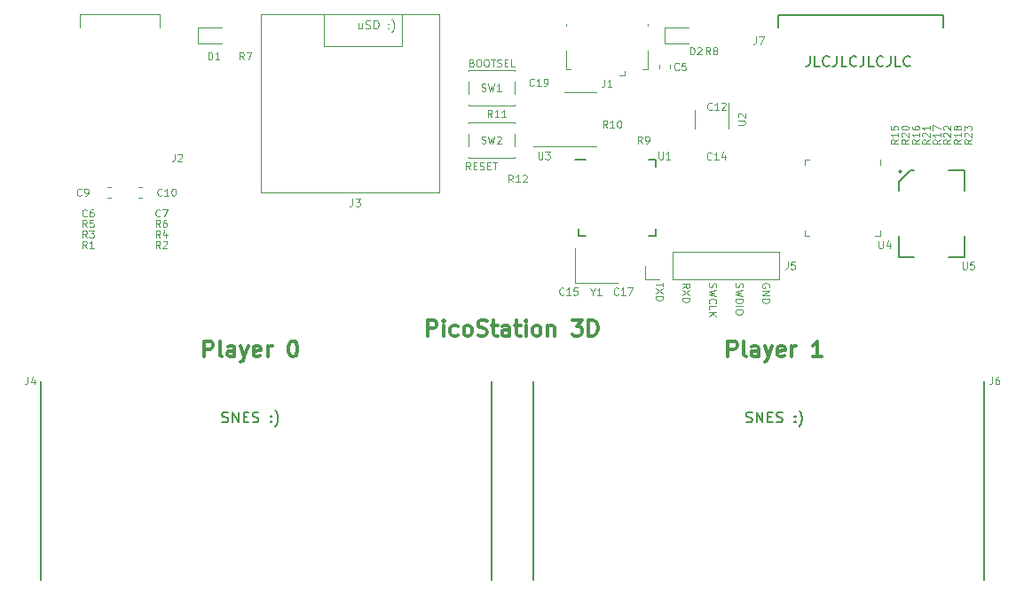
<source format=gbr>
G04 #@! TF.GenerationSoftware,KiCad,Pcbnew,5.0.2-bee76a0~70~ubuntu18.04.1*
G04 #@! TF.CreationDate,2020-11-03T11:03:39+00:00*
G04 #@! TF.ProjectId,picostation,7069636f-7374-4617-9469-6f6e2e6b6963,rev?*
G04 #@! TF.SameCoordinates,Original*
G04 #@! TF.FileFunction,Legend,Top*
G04 #@! TF.FilePolarity,Positive*
%FSLAX46Y46*%
G04 Gerber Fmt 4.6, Leading zero omitted, Abs format (unit mm)*
G04 Created by KiCad (PCBNEW 5.0.2-bee76a0~70~ubuntu18.04.1) date Tue 03 Nov 2020 11:03:39 GMT*
%MOMM*%
%LPD*%
G01*
G04 APERTURE LIST*
%ADD10C,0.120000*%
%ADD11C,0.300000*%
%ADD12C,0.150000*%
%ADD13C,0.200000*%
%ADD14C,0.100000*%
G04 APERTURE END LIST*
D10*
X210983333Y-89816666D02*
X210750000Y-89483333D01*
X210583333Y-89816666D02*
X210583333Y-89116666D01*
X210850000Y-89116666D01*
X210916666Y-89150000D01*
X210950000Y-89183333D01*
X210983333Y-89250000D01*
X210983333Y-89350000D01*
X210950000Y-89416666D01*
X210916666Y-89450000D01*
X210850000Y-89483333D01*
X210583333Y-89483333D01*
X211283333Y-89450000D02*
X211516666Y-89450000D01*
X211616666Y-89816666D02*
X211283333Y-89816666D01*
X211283333Y-89116666D01*
X211616666Y-89116666D01*
X211883333Y-89783333D02*
X211983333Y-89816666D01*
X212150000Y-89816666D01*
X212216666Y-89783333D01*
X212250000Y-89750000D01*
X212283333Y-89683333D01*
X212283333Y-89616666D01*
X212250000Y-89550000D01*
X212216666Y-89516666D01*
X212150000Y-89483333D01*
X212016666Y-89450000D01*
X211950000Y-89416666D01*
X211916666Y-89383333D01*
X211883333Y-89316666D01*
X211883333Y-89250000D01*
X211916666Y-89183333D01*
X211950000Y-89150000D01*
X212016666Y-89116666D01*
X212183333Y-89116666D01*
X212283333Y-89150000D01*
X212583333Y-89450000D02*
X212816666Y-89450000D01*
X212916666Y-89816666D02*
X212583333Y-89816666D01*
X212583333Y-89116666D01*
X212916666Y-89116666D01*
X213116666Y-89116666D02*
X213516666Y-89116666D01*
X213316666Y-89816666D02*
X213316666Y-89116666D01*
X211116666Y-79600000D02*
X211216666Y-79633333D01*
X211250000Y-79666666D01*
X211283333Y-79733333D01*
X211283333Y-79833333D01*
X211250000Y-79900000D01*
X211216666Y-79933333D01*
X211150000Y-79966666D01*
X210883333Y-79966666D01*
X210883333Y-79266666D01*
X211116666Y-79266666D01*
X211183333Y-79300000D01*
X211216666Y-79333333D01*
X211250000Y-79400000D01*
X211250000Y-79466666D01*
X211216666Y-79533333D01*
X211183333Y-79566666D01*
X211116666Y-79600000D01*
X210883333Y-79600000D01*
X211716666Y-79266666D02*
X211850000Y-79266666D01*
X211916666Y-79300000D01*
X211983333Y-79366666D01*
X212016666Y-79500000D01*
X212016666Y-79733333D01*
X211983333Y-79866666D01*
X211916666Y-79933333D01*
X211850000Y-79966666D01*
X211716666Y-79966666D01*
X211650000Y-79933333D01*
X211583333Y-79866666D01*
X211550000Y-79733333D01*
X211550000Y-79500000D01*
X211583333Y-79366666D01*
X211650000Y-79300000D01*
X211716666Y-79266666D01*
X212450000Y-79266666D02*
X212583333Y-79266666D01*
X212650000Y-79300000D01*
X212716666Y-79366666D01*
X212750000Y-79500000D01*
X212750000Y-79733333D01*
X212716666Y-79866666D01*
X212650000Y-79933333D01*
X212583333Y-79966666D01*
X212450000Y-79966666D01*
X212383333Y-79933333D01*
X212316666Y-79866666D01*
X212283333Y-79733333D01*
X212283333Y-79500000D01*
X212316666Y-79366666D01*
X212383333Y-79300000D01*
X212450000Y-79266666D01*
X212950000Y-79266666D02*
X213350000Y-79266666D01*
X213150000Y-79966666D02*
X213150000Y-79266666D01*
X213550000Y-79933333D02*
X213650000Y-79966666D01*
X213816666Y-79966666D01*
X213883333Y-79933333D01*
X213916666Y-79900000D01*
X213950000Y-79833333D01*
X213950000Y-79766666D01*
X213916666Y-79700000D01*
X213883333Y-79666666D01*
X213816666Y-79633333D01*
X213683333Y-79600000D01*
X213616666Y-79566666D01*
X213583333Y-79533333D01*
X213550000Y-79466666D01*
X213550000Y-79400000D01*
X213583333Y-79333333D01*
X213616666Y-79300000D01*
X213683333Y-79266666D01*
X213850000Y-79266666D01*
X213950000Y-79300000D01*
X214250000Y-79600000D02*
X214483333Y-79600000D01*
X214583333Y-79966666D02*
X214250000Y-79966666D01*
X214250000Y-79266666D01*
X214583333Y-79266666D01*
X215216666Y-79966666D02*
X214883333Y-79966666D01*
X214883333Y-79266666D01*
D11*
X235571428Y-107678571D02*
X235571428Y-106178571D01*
X236142857Y-106178571D01*
X236285714Y-106250000D01*
X236357142Y-106321428D01*
X236428571Y-106464285D01*
X236428571Y-106678571D01*
X236357142Y-106821428D01*
X236285714Y-106892857D01*
X236142857Y-106964285D01*
X235571428Y-106964285D01*
X237285714Y-107678571D02*
X237142857Y-107607142D01*
X237071428Y-107464285D01*
X237071428Y-106178571D01*
X238500000Y-107678571D02*
X238500000Y-106892857D01*
X238428571Y-106750000D01*
X238285714Y-106678571D01*
X238000000Y-106678571D01*
X237857142Y-106750000D01*
X238500000Y-107607142D02*
X238357142Y-107678571D01*
X238000000Y-107678571D01*
X237857142Y-107607142D01*
X237785714Y-107464285D01*
X237785714Y-107321428D01*
X237857142Y-107178571D01*
X238000000Y-107107142D01*
X238357142Y-107107142D01*
X238500000Y-107035714D01*
X239071428Y-106678571D02*
X239428571Y-107678571D01*
X239785714Y-106678571D02*
X239428571Y-107678571D01*
X239285714Y-108035714D01*
X239214285Y-108107142D01*
X239071428Y-108178571D01*
X240928571Y-107607142D02*
X240785714Y-107678571D01*
X240500000Y-107678571D01*
X240357142Y-107607142D01*
X240285714Y-107464285D01*
X240285714Y-106892857D01*
X240357142Y-106750000D01*
X240500000Y-106678571D01*
X240785714Y-106678571D01*
X240928571Y-106750000D01*
X241000000Y-106892857D01*
X241000000Y-107035714D01*
X240285714Y-107178571D01*
X241642857Y-107678571D02*
X241642857Y-106678571D01*
X241642857Y-106964285D02*
X241714285Y-106821428D01*
X241785714Y-106750000D01*
X241928571Y-106678571D01*
X242071428Y-106678571D01*
X244500000Y-107678571D02*
X243642857Y-107678571D01*
X244071428Y-107678571D02*
X244071428Y-106178571D01*
X243928571Y-106392857D01*
X243785714Y-106535714D01*
X243642857Y-106607142D01*
X185571428Y-107678571D02*
X185571428Y-106178571D01*
X186142857Y-106178571D01*
X186285714Y-106250000D01*
X186357142Y-106321428D01*
X186428571Y-106464285D01*
X186428571Y-106678571D01*
X186357142Y-106821428D01*
X186285714Y-106892857D01*
X186142857Y-106964285D01*
X185571428Y-106964285D01*
X187285714Y-107678571D02*
X187142857Y-107607142D01*
X187071428Y-107464285D01*
X187071428Y-106178571D01*
X188500000Y-107678571D02*
X188500000Y-106892857D01*
X188428571Y-106750000D01*
X188285714Y-106678571D01*
X188000000Y-106678571D01*
X187857142Y-106750000D01*
X188500000Y-107607142D02*
X188357142Y-107678571D01*
X188000000Y-107678571D01*
X187857142Y-107607142D01*
X187785714Y-107464285D01*
X187785714Y-107321428D01*
X187857142Y-107178571D01*
X188000000Y-107107142D01*
X188357142Y-107107142D01*
X188500000Y-107035714D01*
X189071428Y-106678571D02*
X189428571Y-107678571D01*
X189785714Y-106678571D02*
X189428571Y-107678571D01*
X189285714Y-108035714D01*
X189214285Y-108107142D01*
X189071428Y-108178571D01*
X190928571Y-107607142D02*
X190785714Y-107678571D01*
X190500000Y-107678571D01*
X190357142Y-107607142D01*
X190285714Y-107464285D01*
X190285714Y-106892857D01*
X190357142Y-106750000D01*
X190500000Y-106678571D01*
X190785714Y-106678571D01*
X190928571Y-106750000D01*
X191000000Y-106892857D01*
X191000000Y-107035714D01*
X190285714Y-107178571D01*
X191642857Y-107678571D02*
X191642857Y-106678571D01*
X191642857Y-106964285D02*
X191714285Y-106821428D01*
X191785714Y-106750000D01*
X191928571Y-106678571D01*
X192071428Y-106678571D01*
X194000000Y-106178571D02*
X194142857Y-106178571D01*
X194285714Y-106250000D01*
X194357142Y-106321428D01*
X194428571Y-106464285D01*
X194500000Y-106750000D01*
X194500000Y-107107142D01*
X194428571Y-107392857D01*
X194357142Y-107535714D01*
X194285714Y-107607142D01*
X194142857Y-107678571D01*
X194000000Y-107678571D01*
X193857142Y-107607142D01*
X193785714Y-107535714D01*
X193714285Y-107392857D01*
X193642857Y-107107142D01*
X193642857Y-106750000D01*
X193714285Y-106464285D01*
X193785714Y-106321428D01*
X193857142Y-106250000D01*
X194000000Y-106178571D01*
D10*
X229364333Y-100601666D02*
X229364333Y-101001666D01*
X228664333Y-100801666D02*
X229364333Y-100801666D01*
X229364333Y-101168333D02*
X228664333Y-101635000D01*
X229364333Y-101635000D02*
X228664333Y-101168333D01*
X228664333Y-101901666D02*
X229364333Y-101901666D01*
X229364333Y-102068333D01*
X229331000Y-102168333D01*
X229264333Y-102235000D01*
X229197666Y-102268333D01*
X229064333Y-102301666D01*
X228964333Y-102301666D01*
X228831000Y-102268333D01*
X228764333Y-102235000D01*
X228697666Y-102168333D01*
X228664333Y-102068333D01*
X228664333Y-101901666D01*
X231204333Y-101101666D02*
X231537666Y-100868333D01*
X231204333Y-100701666D02*
X231904333Y-100701666D01*
X231904333Y-100968333D01*
X231871000Y-101035000D01*
X231837666Y-101068333D01*
X231771000Y-101101666D01*
X231671000Y-101101666D01*
X231604333Y-101068333D01*
X231571000Y-101035000D01*
X231537666Y-100968333D01*
X231537666Y-100701666D01*
X231904333Y-101335000D02*
X231204333Y-101801666D01*
X231904333Y-101801666D02*
X231204333Y-101335000D01*
X231204333Y-102068333D02*
X231904333Y-102068333D01*
X231904333Y-102235000D01*
X231871000Y-102335000D01*
X231804333Y-102401666D01*
X231737666Y-102435000D01*
X231604333Y-102468333D01*
X231504333Y-102468333D01*
X231371000Y-102435000D01*
X231304333Y-102401666D01*
X231237666Y-102335000D01*
X231204333Y-102235000D01*
X231204333Y-102068333D01*
X233777666Y-100668333D02*
X233744333Y-100768333D01*
X233744333Y-100935000D01*
X233777666Y-101001666D01*
X233811000Y-101035000D01*
X233877666Y-101068333D01*
X233944333Y-101068333D01*
X234011000Y-101035000D01*
X234044333Y-101001666D01*
X234077666Y-100935000D01*
X234111000Y-100801666D01*
X234144333Y-100735000D01*
X234177666Y-100701666D01*
X234244333Y-100668333D01*
X234311000Y-100668333D01*
X234377666Y-100701666D01*
X234411000Y-100735000D01*
X234444333Y-100801666D01*
X234444333Y-100968333D01*
X234411000Y-101068333D01*
X234444333Y-101301666D02*
X233744333Y-101468333D01*
X234244333Y-101601666D01*
X233744333Y-101735000D01*
X234444333Y-101901666D01*
X233811000Y-102568333D02*
X233777666Y-102535000D01*
X233744333Y-102435000D01*
X233744333Y-102368333D01*
X233777666Y-102268333D01*
X233844333Y-102201666D01*
X233911000Y-102168333D01*
X234044333Y-102135000D01*
X234144333Y-102135000D01*
X234277666Y-102168333D01*
X234344333Y-102201666D01*
X234411000Y-102268333D01*
X234444333Y-102368333D01*
X234444333Y-102435000D01*
X234411000Y-102535000D01*
X234377666Y-102568333D01*
X233744333Y-103201666D02*
X233744333Y-102868333D01*
X234444333Y-102868333D01*
X233744333Y-103435000D02*
X234444333Y-103435000D01*
X233744333Y-103835000D02*
X234144333Y-103535000D01*
X234444333Y-103835000D02*
X234044333Y-103435000D01*
X236317666Y-100668333D02*
X236284333Y-100768333D01*
X236284333Y-100935000D01*
X236317666Y-101001666D01*
X236351000Y-101035000D01*
X236417666Y-101068333D01*
X236484333Y-101068333D01*
X236551000Y-101035000D01*
X236584333Y-101001666D01*
X236617666Y-100935000D01*
X236651000Y-100801666D01*
X236684333Y-100735000D01*
X236717666Y-100701666D01*
X236784333Y-100668333D01*
X236851000Y-100668333D01*
X236917666Y-100701666D01*
X236951000Y-100735000D01*
X236984333Y-100801666D01*
X236984333Y-100968333D01*
X236951000Y-101068333D01*
X236984333Y-101301666D02*
X236284333Y-101468333D01*
X236784333Y-101601666D01*
X236284333Y-101735000D01*
X236984333Y-101901666D01*
X236284333Y-102168333D02*
X236984333Y-102168333D01*
X236984333Y-102335000D01*
X236951000Y-102435000D01*
X236884333Y-102501666D01*
X236817666Y-102535000D01*
X236684333Y-102568333D01*
X236584333Y-102568333D01*
X236451000Y-102535000D01*
X236384333Y-102501666D01*
X236317666Y-102435000D01*
X236284333Y-102335000D01*
X236284333Y-102168333D01*
X236284333Y-102868333D02*
X236984333Y-102868333D01*
X236984333Y-103335000D02*
X236984333Y-103468333D01*
X236951000Y-103535000D01*
X236884333Y-103601666D01*
X236751000Y-103635000D01*
X236517666Y-103635000D01*
X236384333Y-103601666D01*
X236317666Y-103535000D01*
X236284333Y-103468333D01*
X236284333Y-103335000D01*
X236317666Y-103268333D01*
X236384333Y-103201666D01*
X236517666Y-103168333D01*
X236751000Y-103168333D01*
X236884333Y-103201666D01*
X236951000Y-103268333D01*
X236984333Y-103335000D01*
X239491000Y-101068333D02*
X239524333Y-101001666D01*
X239524333Y-100901666D01*
X239491000Y-100801666D01*
X239424333Y-100735000D01*
X239357666Y-100701666D01*
X239224333Y-100668333D01*
X239124333Y-100668333D01*
X238991000Y-100701666D01*
X238924333Y-100735000D01*
X238857666Y-100801666D01*
X238824333Y-100901666D01*
X238824333Y-100968333D01*
X238857666Y-101068333D01*
X238891000Y-101101666D01*
X239124333Y-101101666D01*
X239124333Y-100968333D01*
X238824333Y-101401666D02*
X239524333Y-101401666D01*
X238824333Y-101801666D01*
X239524333Y-101801666D01*
X238824333Y-102135000D02*
X239524333Y-102135000D01*
X239524333Y-102301666D01*
X239491000Y-102401666D01*
X239424333Y-102468333D01*
X239357666Y-102501666D01*
X239224333Y-102535000D01*
X239124333Y-102535000D01*
X238991000Y-102501666D01*
X238924333Y-102468333D01*
X238857666Y-102401666D01*
X238824333Y-102301666D01*
X238824333Y-102135000D01*
D11*
X206928571Y-105678571D02*
X206928571Y-104178571D01*
X207500000Y-104178571D01*
X207642857Y-104250000D01*
X207714285Y-104321428D01*
X207785714Y-104464285D01*
X207785714Y-104678571D01*
X207714285Y-104821428D01*
X207642857Y-104892857D01*
X207500000Y-104964285D01*
X206928571Y-104964285D01*
X208428571Y-105678571D02*
X208428571Y-104678571D01*
X208428571Y-104178571D02*
X208357142Y-104250000D01*
X208428571Y-104321428D01*
X208500000Y-104250000D01*
X208428571Y-104178571D01*
X208428571Y-104321428D01*
X209785714Y-105607142D02*
X209642857Y-105678571D01*
X209357142Y-105678571D01*
X209214285Y-105607142D01*
X209142857Y-105535714D01*
X209071428Y-105392857D01*
X209071428Y-104964285D01*
X209142857Y-104821428D01*
X209214285Y-104750000D01*
X209357142Y-104678571D01*
X209642857Y-104678571D01*
X209785714Y-104750000D01*
X210642857Y-105678571D02*
X210500000Y-105607142D01*
X210428571Y-105535714D01*
X210357142Y-105392857D01*
X210357142Y-104964285D01*
X210428571Y-104821428D01*
X210500000Y-104750000D01*
X210642857Y-104678571D01*
X210857142Y-104678571D01*
X211000000Y-104750000D01*
X211071428Y-104821428D01*
X211142857Y-104964285D01*
X211142857Y-105392857D01*
X211071428Y-105535714D01*
X211000000Y-105607142D01*
X210857142Y-105678571D01*
X210642857Y-105678571D01*
X211714285Y-105607142D02*
X211928571Y-105678571D01*
X212285714Y-105678571D01*
X212428571Y-105607142D01*
X212500000Y-105535714D01*
X212571428Y-105392857D01*
X212571428Y-105250000D01*
X212500000Y-105107142D01*
X212428571Y-105035714D01*
X212285714Y-104964285D01*
X212000000Y-104892857D01*
X211857142Y-104821428D01*
X211785714Y-104750000D01*
X211714285Y-104607142D01*
X211714285Y-104464285D01*
X211785714Y-104321428D01*
X211857142Y-104250000D01*
X212000000Y-104178571D01*
X212357142Y-104178571D01*
X212571428Y-104250000D01*
X213000000Y-104678571D02*
X213571428Y-104678571D01*
X213214285Y-104178571D02*
X213214285Y-105464285D01*
X213285714Y-105607142D01*
X213428571Y-105678571D01*
X213571428Y-105678571D01*
X214714285Y-105678571D02*
X214714285Y-104892857D01*
X214642857Y-104750000D01*
X214500000Y-104678571D01*
X214214285Y-104678571D01*
X214071428Y-104750000D01*
X214714285Y-105607142D02*
X214571428Y-105678571D01*
X214214285Y-105678571D01*
X214071428Y-105607142D01*
X214000000Y-105464285D01*
X214000000Y-105321428D01*
X214071428Y-105178571D01*
X214214285Y-105107142D01*
X214571428Y-105107142D01*
X214714285Y-105035714D01*
X215214285Y-104678571D02*
X215785714Y-104678571D01*
X215428571Y-104178571D02*
X215428571Y-105464285D01*
X215500000Y-105607142D01*
X215642857Y-105678571D01*
X215785714Y-105678571D01*
X216285714Y-105678571D02*
X216285714Y-104678571D01*
X216285714Y-104178571D02*
X216214285Y-104250000D01*
X216285714Y-104321428D01*
X216357142Y-104250000D01*
X216285714Y-104178571D01*
X216285714Y-104321428D01*
X217214285Y-105678571D02*
X217071428Y-105607142D01*
X217000000Y-105535714D01*
X216928571Y-105392857D01*
X216928571Y-104964285D01*
X217000000Y-104821428D01*
X217071428Y-104750000D01*
X217214285Y-104678571D01*
X217428571Y-104678571D01*
X217571428Y-104750000D01*
X217642857Y-104821428D01*
X217714285Y-104964285D01*
X217714285Y-105392857D01*
X217642857Y-105535714D01*
X217571428Y-105607142D01*
X217428571Y-105678571D01*
X217214285Y-105678571D01*
X218357142Y-104678571D02*
X218357142Y-105678571D01*
X218357142Y-104821428D02*
X218428571Y-104750000D01*
X218571428Y-104678571D01*
X218785714Y-104678571D01*
X218928571Y-104750000D01*
X219000000Y-104892857D01*
X219000000Y-105678571D01*
X220714285Y-104178571D02*
X221642857Y-104178571D01*
X221142857Y-104750000D01*
X221357142Y-104750000D01*
X221500000Y-104821428D01*
X221571428Y-104892857D01*
X221642857Y-105035714D01*
X221642857Y-105392857D01*
X221571428Y-105535714D01*
X221500000Y-105607142D01*
X221357142Y-105678571D01*
X220928571Y-105678571D01*
X220785714Y-105607142D01*
X220714285Y-105535714D01*
X222285714Y-105678571D02*
X222285714Y-104178571D01*
X222642857Y-104178571D01*
X222857142Y-104250000D01*
X223000000Y-104392857D01*
X223071428Y-104535714D01*
X223142857Y-104821428D01*
X223142857Y-105035714D01*
X223071428Y-105321428D01*
X223000000Y-105464285D01*
X222857142Y-105607142D01*
X222642857Y-105678571D01*
X222285714Y-105678571D01*
D12*
X243380952Y-78952380D02*
X243380952Y-79666666D01*
X243333333Y-79809523D01*
X243238095Y-79904761D01*
X243095238Y-79952380D01*
X243000000Y-79952380D01*
X244333333Y-79952380D02*
X243857142Y-79952380D01*
X243857142Y-78952380D01*
X245238095Y-79857142D02*
X245190476Y-79904761D01*
X245047619Y-79952380D01*
X244952380Y-79952380D01*
X244809523Y-79904761D01*
X244714285Y-79809523D01*
X244666666Y-79714285D01*
X244619047Y-79523809D01*
X244619047Y-79380952D01*
X244666666Y-79190476D01*
X244714285Y-79095238D01*
X244809523Y-79000000D01*
X244952380Y-78952380D01*
X245047619Y-78952380D01*
X245190476Y-79000000D01*
X245238095Y-79047619D01*
X245952380Y-78952380D02*
X245952380Y-79666666D01*
X245904761Y-79809523D01*
X245809523Y-79904761D01*
X245666666Y-79952380D01*
X245571428Y-79952380D01*
X246904761Y-79952380D02*
X246428571Y-79952380D01*
X246428571Y-78952380D01*
X247809523Y-79857142D02*
X247761904Y-79904761D01*
X247619047Y-79952380D01*
X247523809Y-79952380D01*
X247380952Y-79904761D01*
X247285714Y-79809523D01*
X247238095Y-79714285D01*
X247190476Y-79523809D01*
X247190476Y-79380952D01*
X247238095Y-79190476D01*
X247285714Y-79095238D01*
X247380952Y-79000000D01*
X247523809Y-78952380D01*
X247619047Y-78952380D01*
X247761904Y-79000000D01*
X247809523Y-79047619D01*
X248523809Y-78952380D02*
X248523809Y-79666666D01*
X248476190Y-79809523D01*
X248380952Y-79904761D01*
X248238095Y-79952380D01*
X248142857Y-79952380D01*
X249476190Y-79952380D02*
X249000000Y-79952380D01*
X249000000Y-78952380D01*
X250380952Y-79857142D02*
X250333333Y-79904761D01*
X250190476Y-79952380D01*
X250095238Y-79952380D01*
X249952380Y-79904761D01*
X249857142Y-79809523D01*
X249809523Y-79714285D01*
X249761904Y-79523809D01*
X249761904Y-79380952D01*
X249809523Y-79190476D01*
X249857142Y-79095238D01*
X249952380Y-79000000D01*
X250095238Y-78952380D01*
X250190476Y-78952380D01*
X250333333Y-79000000D01*
X250380952Y-79047619D01*
X251095238Y-78952380D02*
X251095238Y-79666666D01*
X251047619Y-79809523D01*
X250952380Y-79904761D01*
X250809523Y-79952380D01*
X250714285Y-79952380D01*
X252047619Y-79952380D02*
X251571428Y-79952380D01*
X251571428Y-78952380D01*
X252952380Y-79857142D02*
X252904761Y-79904761D01*
X252761904Y-79952380D01*
X252666666Y-79952380D01*
X252523809Y-79904761D01*
X252428571Y-79809523D01*
X252380952Y-79714285D01*
X252333333Y-79523809D01*
X252333333Y-79380952D01*
X252380952Y-79190476D01*
X252428571Y-79095238D01*
X252523809Y-79000000D01*
X252666666Y-78952380D01*
X252761904Y-78952380D01*
X252904761Y-79000000D01*
X252952380Y-79047619D01*
D10*
G04 #@! TO.C,SW2*
X215200000Y-85300000D02*
X210800000Y-85300000D01*
X210800000Y-85300000D02*
X210800000Y-85420000D01*
X210800000Y-86430000D02*
X210800000Y-87570000D01*
X210800000Y-88580000D02*
X210800000Y-88700000D01*
X210800000Y-88700000D02*
X215200000Y-88700000D01*
X215200000Y-88700000D02*
X215200000Y-88580000D01*
X215200000Y-87570000D02*
X215200000Y-86430000D01*
X215200000Y-85420000D02*
X215200000Y-85300000D01*
G04 #@! TO.C,SW1*
X215200000Y-80420000D02*
X215200000Y-80300000D01*
X215200000Y-82570000D02*
X215200000Y-81430000D01*
X215200000Y-83700000D02*
X215200000Y-83580000D01*
X210800000Y-83700000D02*
X215200000Y-83700000D01*
X210800000Y-83580000D02*
X210800000Y-83700000D01*
X210800000Y-81430000D02*
X210800000Y-82570000D01*
X210800000Y-80300000D02*
X210800000Y-80420000D01*
X215200000Y-80300000D02*
X210800000Y-80300000D01*
G04 #@! TO.C,C5*
X228990000Y-80162779D02*
X228990000Y-79837221D01*
X230010000Y-80162779D02*
X230010000Y-79837221D01*
G04 #@! TO.C,C9*
X176337221Y-91490000D02*
X176662779Y-91490000D01*
X176337221Y-92510000D02*
X176662779Y-92510000D01*
G04 #@! TO.C,C10*
X179337221Y-91490000D02*
X179662779Y-91490000D01*
X179337221Y-92510000D02*
X179662779Y-92510000D01*
G04 #@! TO.C,D1*
X187300000Y-76265000D02*
X185015000Y-76265000D01*
X185015000Y-76265000D02*
X185015000Y-77735000D01*
X185015000Y-77735000D02*
X187300000Y-77735000D01*
G04 #@! TO.C,D2*
X229515000Y-77735000D02*
X231800000Y-77735000D01*
X229515000Y-76265000D02*
X229515000Y-77735000D01*
X231800000Y-76265000D02*
X229515000Y-76265000D01*
G04 #@! TO.C,J1*
X227900000Y-80262500D02*
X227450000Y-80262500D01*
X227900000Y-78412500D02*
X227900000Y-80262500D01*
X220100000Y-75862500D02*
X220100000Y-76112500D01*
X227900000Y-75862500D02*
X227900000Y-76112500D01*
X220100000Y-78412500D02*
X220100000Y-80262500D01*
X220100000Y-80262500D02*
X220550000Y-80262500D01*
X225700000Y-80812500D02*
X225250000Y-80812500D01*
X225700000Y-80812500D02*
X225700000Y-80362500D01*
G04 #@! TO.C,J2*
X181310000Y-75000000D02*
X173690000Y-75000000D01*
X181310000Y-75000000D02*
X181310000Y-76270000D01*
X173690000Y-75000000D02*
X173690000Y-76270000D01*
G04 #@! TO.C,J3*
X208000000Y-92000000D02*
X191000000Y-92000000D01*
X191000000Y-92000000D02*
X191000000Y-75000000D01*
X191000000Y-75000000D02*
X208000000Y-75000000D01*
X208000000Y-75000000D02*
X208000000Y-92000000D01*
X204500000Y-75000000D02*
X204500000Y-78000000D01*
X204500000Y-78000000D02*
X197000000Y-78000000D01*
X197000000Y-78000000D02*
X197000000Y-75000000D01*
D12*
G04 #@! TO.C,J4*
X170000000Y-110000000D02*
X170000000Y-129000000D01*
X213000000Y-110000000D02*
X213000000Y-129000000D01*
D10*
G04 #@! TO.C,J5*
X240490000Y-100330000D02*
X240490000Y-97670000D01*
X230270000Y-100330000D02*
X240490000Y-100330000D01*
X230270000Y-97670000D02*
X240490000Y-97670000D01*
X230270000Y-100330000D02*
X230270000Y-97670000D01*
X229000000Y-100330000D02*
X227670000Y-100330000D01*
X227670000Y-100330000D02*
X227670000Y-99000000D01*
D12*
G04 #@! TO.C,J6*
X217000000Y-110000000D02*
X217000000Y-129000000D01*
X260000000Y-110000000D02*
X260000000Y-129000000D01*
G04 #@! TO.C,J7*
X240350000Y-75025000D02*
X240350000Y-76225000D01*
X256150000Y-75025000D02*
X256150000Y-76225000D01*
X240350000Y-75025000D02*
X256150000Y-75025000D01*
G04 #@! TO.C,U1*
X228000000Y-88850000D02*
X228650000Y-88850000D01*
X228650000Y-88850000D02*
X228650000Y-89500000D01*
X228000000Y-96150000D02*
X228650000Y-96150000D01*
X228650000Y-96150000D02*
X228650000Y-95500000D01*
X222000000Y-96150000D02*
X221350000Y-96150000D01*
X221350000Y-96150000D02*
X221350000Y-95500000D01*
X222000000Y-88850000D02*
X221000000Y-88850000D01*
D10*
G04 #@! TO.C,U2*
X232390000Y-84100000D02*
X232390000Y-85900000D01*
X235610000Y-85900000D02*
X235610000Y-83450000D01*
G04 #@! TO.C,U4*
X250110000Y-95635000D02*
X250110000Y-96110000D01*
X250110000Y-96110000D02*
X249635000Y-96110000D01*
X242890000Y-89365000D02*
X242890000Y-88890000D01*
X242890000Y-88890000D02*
X243365000Y-88890000D01*
X242890000Y-95635000D02*
X242890000Y-96110000D01*
X242890000Y-96110000D02*
X243365000Y-96110000D01*
X250110000Y-89365000D02*
X250110000Y-88890000D01*
D12*
G04 #@! TO.C,U5*
X256650000Y-89850000D02*
X258150000Y-89850000D01*
X258150000Y-89850000D02*
X258150000Y-91850000D01*
X256650000Y-89850000D02*
X258150000Y-89850000D01*
X258150000Y-89850000D02*
X258150000Y-91850000D01*
X256650000Y-98150000D02*
X258150000Y-98150000D01*
X258150000Y-98150000D02*
X258150000Y-96150000D01*
X256650000Y-89850000D02*
X258150000Y-89850000D01*
X258150000Y-89850000D02*
X258150000Y-91850000D01*
X253350000Y-98150000D02*
X251850000Y-98150000D01*
X251850000Y-98150000D02*
X251850000Y-96150000D01*
X253350000Y-89850000D02*
X253000000Y-89850000D01*
X253000000Y-89850000D02*
X251850000Y-91000000D01*
X251850000Y-91000000D02*
X251850000Y-91850000D01*
D13*
X252100000Y-90000000D02*
G75*
G03X252100000Y-90000000I-100000J0D01*
G01*
D10*
G04 #@! TO.C,Y1*
X221000000Y-97350000D02*
X221000000Y-100650000D01*
X221000000Y-100650000D02*
X225000000Y-100650000D01*
G04 #@! TO.C,U3*
X220000000Y-82390000D02*
X223000000Y-82390000D01*
X217000000Y-87610000D02*
X223000000Y-87610000D01*
G04 #@! TO.C,SW2*
X212066666Y-87283333D02*
X212166666Y-87316666D01*
X212333333Y-87316666D01*
X212400000Y-87283333D01*
X212433333Y-87250000D01*
X212466666Y-87183333D01*
X212466666Y-87116666D01*
X212433333Y-87050000D01*
X212400000Y-87016666D01*
X212333333Y-86983333D01*
X212200000Y-86950000D01*
X212133333Y-86916666D01*
X212100000Y-86883333D01*
X212066666Y-86816666D01*
X212066666Y-86750000D01*
X212100000Y-86683333D01*
X212133333Y-86650000D01*
X212200000Y-86616666D01*
X212366666Y-86616666D01*
X212466666Y-86650000D01*
X212700000Y-86616666D02*
X212866666Y-87316666D01*
X213000000Y-86816666D01*
X213133333Y-87316666D01*
X213300000Y-86616666D01*
X213533333Y-86683333D02*
X213566666Y-86650000D01*
X213633333Y-86616666D01*
X213800000Y-86616666D01*
X213866666Y-86650000D01*
X213900000Y-86683333D01*
X213933333Y-86750000D01*
X213933333Y-86816666D01*
X213900000Y-86916666D01*
X213500000Y-87316666D01*
X213933333Y-87316666D01*
G04 #@! TO.C,SW1*
X212066666Y-82283333D02*
X212166666Y-82316666D01*
X212333333Y-82316666D01*
X212400000Y-82283333D01*
X212433333Y-82250000D01*
X212466666Y-82183333D01*
X212466666Y-82116666D01*
X212433333Y-82050000D01*
X212400000Y-82016666D01*
X212333333Y-81983333D01*
X212200000Y-81950000D01*
X212133333Y-81916666D01*
X212100000Y-81883333D01*
X212066666Y-81816666D01*
X212066666Y-81750000D01*
X212100000Y-81683333D01*
X212133333Y-81650000D01*
X212200000Y-81616666D01*
X212366666Y-81616666D01*
X212466666Y-81650000D01*
X212700000Y-81616666D02*
X212866666Y-82316666D01*
X213000000Y-81816666D01*
X213133333Y-82316666D01*
X213300000Y-81616666D01*
X213933333Y-82316666D02*
X213533333Y-82316666D01*
X213733333Y-82316666D02*
X213733333Y-81616666D01*
X213666666Y-81716666D01*
X213600000Y-81783333D01*
X213533333Y-81816666D01*
G04 #@! TO.C,C15*
X219895000Y-101723000D02*
X219861666Y-101756333D01*
X219761666Y-101789666D01*
X219695000Y-101789666D01*
X219595000Y-101756333D01*
X219528333Y-101689666D01*
X219495000Y-101623000D01*
X219461666Y-101489666D01*
X219461666Y-101389666D01*
X219495000Y-101256333D01*
X219528333Y-101189666D01*
X219595000Y-101123000D01*
X219695000Y-101089666D01*
X219761666Y-101089666D01*
X219861666Y-101123000D01*
X219895000Y-101156333D01*
X220561666Y-101789666D02*
X220161666Y-101789666D01*
X220361666Y-101789666D02*
X220361666Y-101089666D01*
X220295000Y-101189666D01*
X220228333Y-101256333D01*
X220161666Y-101289666D01*
X221195000Y-101089666D02*
X220861666Y-101089666D01*
X220828333Y-101423000D01*
X220861666Y-101389666D01*
X220928333Y-101356333D01*
X221095000Y-101356333D01*
X221161666Y-101389666D01*
X221195000Y-101423000D01*
X221228333Y-101489666D01*
X221228333Y-101656333D01*
X221195000Y-101723000D01*
X221161666Y-101756333D01*
X221095000Y-101789666D01*
X220928333Y-101789666D01*
X220861666Y-101756333D01*
X220828333Y-101723000D01*
G04 #@! TO.C,C5*
X230883333Y-80250000D02*
X230850000Y-80283333D01*
X230750000Y-80316666D01*
X230683333Y-80316666D01*
X230583333Y-80283333D01*
X230516666Y-80216666D01*
X230483333Y-80150000D01*
X230450000Y-80016666D01*
X230450000Y-79916666D01*
X230483333Y-79783333D01*
X230516666Y-79716666D01*
X230583333Y-79650000D01*
X230683333Y-79616666D01*
X230750000Y-79616666D01*
X230850000Y-79650000D01*
X230883333Y-79683333D01*
X231516666Y-79616666D02*
X231183333Y-79616666D01*
X231150000Y-79950000D01*
X231183333Y-79916666D01*
X231250000Y-79883333D01*
X231416666Y-79883333D01*
X231483333Y-79916666D01*
X231516666Y-79950000D01*
X231550000Y-80016666D01*
X231550000Y-80183333D01*
X231516666Y-80250000D01*
X231483333Y-80283333D01*
X231416666Y-80316666D01*
X231250000Y-80316666D01*
X231183333Y-80283333D01*
X231150000Y-80250000D01*
G04 #@! TO.C,C6*
X174383333Y-94250000D02*
X174350000Y-94283333D01*
X174250000Y-94316666D01*
X174183333Y-94316666D01*
X174083333Y-94283333D01*
X174016666Y-94216666D01*
X173983333Y-94150000D01*
X173950000Y-94016666D01*
X173950000Y-93916666D01*
X173983333Y-93783333D01*
X174016666Y-93716666D01*
X174083333Y-93650000D01*
X174183333Y-93616666D01*
X174250000Y-93616666D01*
X174350000Y-93650000D01*
X174383333Y-93683333D01*
X174983333Y-93616666D02*
X174850000Y-93616666D01*
X174783333Y-93650000D01*
X174750000Y-93683333D01*
X174683333Y-93783333D01*
X174650000Y-93916666D01*
X174650000Y-94183333D01*
X174683333Y-94250000D01*
X174716666Y-94283333D01*
X174783333Y-94316666D01*
X174916666Y-94316666D01*
X174983333Y-94283333D01*
X175016666Y-94250000D01*
X175050000Y-94183333D01*
X175050000Y-94016666D01*
X175016666Y-93950000D01*
X174983333Y-93916666D01*
X174916666Y-93883333D01*
X174783333Y-93883333D01*
X174716666Y-93916666D01*
X174683333Y-93950000D01*
X174650000Y-94016666D01*
G04 #@! TO.C,C7*
X181383333Y-94250000D02*
X181350000Y-94283333D01*
X181250000Y-94316666D01*
X181183333Y-94316666D01*
X181083333Y-94283333D01*
X181016666Y-94216666D01*
X180983333Y-94150000D01*
X180950000Y-94016666D01*
X180950000Y-93916666D01*
X180983333Y-93783333D01*
X181016666Y-93716666D01*
X181083333Y-93650000D01*
X181183333Y-93616666D01*
X181250000Y-93616666D01*
X181350000Y-93650000D01*
X181383333Y-93683333D01*
X181616666Y-93616666D02*
X182083333Y-93616666D01*
X181783333Y-94316666D01*
G04 #@! TO.C,C9*
X173883333Y-92250000D02*
X173850000Y-92283333D01*
X173750000Y-92316666D01*
X173683333Y-92316666D01*
X173583333Y-92283333D01*
X173516666Y-92216666D01*
X173483333Y-92150000D01*
X173450000Y-92016666D01*
X173450000Y-91916666D01*
X173483333Y-91783333D01*
X173516666Y-91716666D01*
X173583333Y-91650000D01*
X173683333Y-91616666D01*
X173750000Y-91616666D01*
X173850000Y-91650000D01*
X173883333Y-91683333D01*
X174216666Y-92316666D02*
X174350000Y-92316666D01*
X174416666Y-92283333D01*
X174450000Y-92250000D01*
X174516666Y-92150000D01*
X174550000Y-92016666D01*
X174550000Y-91750000D01*
X174516666Y-91683333D01*
X174483333Y-91650000D01*
X174416666Y-91616666D01*
X174283333Y-91616666D01*
X174216666Y-91650000D01*
X174183333Y-91683333D01*
X174150000Y-91750000D01*
X174150000Y-91916666D01*
X174183333Y-91983333D01*
X174216666Y-92016666D01*
X174283333Y-92050000D01*
X174416666Y-92050000D01*
X174483333Y-92016666D01*
X174516666Y-91983333D01*
X174550000Y-91916666D01*
G04 #@! TO.C,C10*
X181550000Y-92250000D02*
X181516666Y-92283333D01*
X181416666Y-92316666D01*
X181350000Y-92316666D01*
X181250000Y-92283333D01*
X181183333Y-92216666D01*
X181150000Y-92150000D01*
X181116666Y-92016666D01*
X181116666Y-91916666D01*
X181150000Y-91783333D01*
X181183333Y-91716666D01*
X181250000Y-91650000D01*
X181350000Y-91616666D01*
X181416666Y-91616666D01*
X181516666Y-91650000D01*
X181550000Y-91683333D01*
X182216666Y-92316666D02*
X181816666Y-92316666D01*
X182016666Y-92316666D02*
X182016666Y-91616666D01*
X181950000Y-91716666D01*
X181883333Y-91783333D01*
X181816666Y-91816666D01*
X182650000Y-91616666D02*
X182716666Y-91616666D01*
X182783333Y-91650000D01*
X182816666Y-91683333D01*
X182850000Y-91750000D01*
X182883333Y-91883333D01*
X182883333Y-92050000D01*
X182850000Y-92183333D01*
X182816666Y-92250000D01*
X182783333Y-92283333D01*
X182716666Y-92316666D01*
X182650000Y-92316666D01*
X182583333Y-92283333D01*
X182550000Y-92250000D01*
X182516666Y-92183333D01*
X182483333Y-92050000D01*
X182483333Y-91883333D01*
X182516666Y-91750000D01*
X182550000Y-91683333D01*
X182583333Y-91650000D01*
X182650000Y-91616666D01*
G04 #@! TO.C,C12*
X234025000Y-84045000D02*
X233991666Y-84078333D01*
X233891666Y-84111666D01*
X233825000Y-84111666D01*
X233725000Y-84078333D01*
X233658333Y-84011666D01*
X233625000Y-83945000D01*
X233591666Y-83811666D01*
X233591666Y-83711666D01*
X233625000Y-83578333D01*
X233658333Y-83511666D01*
X233725000Y-83445000D01*
X233825000Y-83411666D01*
X233891666Y-83411666D01*
X233991666Y-83445000D01*
X234025000Y-83478333D01*
X234691666Y-84111666D02*
X234291666Y-84111666D01*
X234491666Y-84111666D02*
X234491666Y-83411666D01*
X234425000Y-83511666D01*
X234358333Y-83578333D01*
X234291666Y-83611666D01*
X234958333Y-83478333D02*
X234991666Y-83445000D01*
X235058333Y-83411666D01*
X235225000Y-83411666D01*
X235291666Y-83445000D01*
X235325000Y-83478333D01*
X235358333Y-83545000D01*
X235358333Y-83611666D01*
X235325000Y-83711666D01*
X234925000Y-84111666D01*
X235358333Y-84111666D01*
G04 #@! TO.C,C14*
X234000000Y-88795000D02*
X233966666Y-88828333D01*
X233866666Y-88861666D01*
X233800000Y-88861666D01*
X233700000Y-88828333D01*
X233633333Y-88761666D01*
X233600000Y-88695000D01*
X233566666Y-88561666D01*
X233566666Y-88461666D01*
X233600000Y-88328333D01*
X233633333Y-88261666D01*
X233700000Y-88195000D01*
X233800000Y-88161666D01*
X233866666Y-88161666D01*
X233966666Y-88195000D01*
X234000000Y-88228333D01*
X234666666Y-88861666D02*
X234266666Y-88861666D01*
X234466666Y-88861666D02*
X234466666Y-88161666D01*
X234400000Y-88261666D01*
X234333333Y-88328333D01*
X234266666Y-88361666D01*
X235266666Y-88395000D02*
X235266666Y-88861666D01*
X235100000Y-88128333D02*
X234933333Y-88628333D01*
X235366666Y-88628333D01*
G04 #@! TO.C,C17*
X225102000Y-101723000D02*
X225068666Y-101756333D01*
X224968666Y-101789666D01*
X224902000Y-101789666D01*
X224802000Y-101756333D01*
X224735333Y-101689666D01*
X224702000Y-101623000D01*
X224668666Y-101489666D01*
X224668666Y-101389666D01*
X224702000Y-101256333D01*
X224735333Y-101189666D01*
X224802000Y-101123000D01*
X224902000Y-101089666D01*
X224968666Y-101089666D01*
X225068666Y-101123000D01*
X225102000Y-101156333D01*
X225768666Y-101789666D02*
X225368666Y-101789666D01*
X225568666Y-101789666D02*
X225568666Y-101089666D01*
X225502000Y-101189666D01*
X225435333Y-101256333D01*
X225368666Y-101289666D01*
X226002000Y-101089666D02*
X226468666Y-101089666D01*
X226168666Y-101789666D01*
G04 #@! TO.C,C19*
X217050000Y-81750000D02*
X217016666Y-81783333D01*
X216916666Y-81816666D01*
X216850000Y-81816666D01*
X216750000Y-81783333D01*
X216683333Y-81716666D01*
X216650000Y-81650000D01*
X216616666Y-81516666D01*
X216616666Y-81416666D01*
X216650000Y-81283333D01*
X216683333Y-81216666D01*
X216750000Y-81150000D01*
X216850000Y-81116666D01*
X216916666Y-81116666D01*
X217016666Y-81150000D01*
X217050000Y-81183333D01*
X217716666Y-81816666D02*
X217316666Y-81816666D01*
X217516666Y-81816666D02*
X217516666Y-81116666D01*
X217450000Y-81216666D01*
X217383333Y-81283333D01*
X217316666Y-81316666D01*
X218050000Y-81816666D02*
X218183333Y-81816666D01*
X218250000Y-81783333D01*
X218283333Y-81750000D01*
X218350000Y-81650000D01*
X218383333Y-81516666D01*
X218383333Y-81250000D01*
X218350000Y-81183333D01*
X218316666Y-81150000D01*
X218250000Y-81116666D01*
X218116666Y-81116666D01*
X218050000Y-81150000D01*
X218016666Y-81183333D01*
X217983333Y-81250000D01*
X217983333Y-81416666D01*
X218016666Y-81483333D01*
X218050000Y-81516666D01*
X218116666Y-81550000D01*
X218250000Y-81550000D01*
X218316666Y-81516666D01*
X218350000Y-81483333D01*
X218383333Y-81416666D01*
G04 #@! TO.C,D1*
X185983333Y-79316666D02*
X185983333Y-78616666D01*
X186150000Y-78616666D01*
X186250000Y-78650000D01*
X186316666Y-78716666D01*
X186350000Y-78783333D01*
X186383333Y-78916666D01*
X186383333Y-79016666D01*
X186350000Y-79150000D01*
X186316666Y-79216666D01*
X186250000Y-79283333D01*
X186150000Y-79316666D01*
X185983333Y-79316666D01*
X187050000Y-79316666D02*
X186650000Y-79316666D01*
X186850000Y-79316666D02*
X186850000Y-78616666D01*
X186783333Y-78716666D01*
X186716666Y-78783333D01*
X186650000Y-78816666D01*
G04 #@! TO.C,D2*
X231983333Y-78816666D02*
X231983333Y-78116666D01*
X232150000Y-78116666D01*
X232250000Y-78150000D01*
X232316666Y-78216666D01*
X232350000Y-78283333D01*
X232383333Y-78416666D01*
X232383333Y-78516666D01*
X232350000Y-78650000D01*
X232316666Y-78716666D01*
X232250000Y-78783333D01*
X232150000Y-78816666D01*
X231983333Y-78816666D01*
X232650000Y-78183333D02*
X232683333Y-78150000D01*
X232750000Y-78116666D01*
X232916666Y-78116666D01*
X232983333Y-78150000D01*
X233016666Y-78183333D01*
X233050000Y-78250000D01*
X233050000Y-78316666D01*
X233016666Y-78416666D01*
X232616666Y-78816666D01*
X233050000Y-78816666D01*
G04 #@! TO.C,J1*
X223766666Y-81229166D02*
X223766666Y-81729166D01*
X223733333Y-81829166D01*
X223666666Y-81895833D01*
X223566666Y-81929166D01*
X223500000Y-81929166D01*
X224466666Y-81929166D02*
X224066666Y-81929166D01*
X224266666Y-81929166D02*
X224266666Y-81229166D01*
X224200000Y-81329166D01*
X224133333Y-81395833D01*
X224066666Y-81429166D01*
G04 #@! TO.C,J2*
X182766666Y-88316666D02*
X182766666Y-88816666D01*
X182733333Y-88916666D01*
X182666666Y-88983333D01*
X182566666Y-89016666D01*
X182500000Y-89016666D01*
X183066666Y-88383333D02*
X183100000Y-88350000D01*
X183166666Y-88316666D01*
X183333333Y-88316666D01*
X183400000Y-88350000D01*
X183433333Y-88383333D01*
X183466666Y-88450000D01*
X183466666Y-88516666D01*
X183433333Y-88616666D01*
X183033333Y-89016666D01*
X183466666Y-89016666D01*
G04 #@! TO.C,J3*
X199766666Y-92616666D02*
X199766666Y-93116666D01*
X199733333Y-93216666D01*
X199666666Y-93283333D01*
X199566666Y-93316666D01*
X199500000Y-93316666D01*
X200033333Y-92616666D02*
X200466666Y-92616666D01*
X200233333Y-92883333D01*
X200333333Y-92883333D01*
X200400000Y-92916666D01*
X200433333Y-92950000D01*
X200466666Y-93016666D01*
X200466666Y-93183333D01*
X200433333Y-93250000D01*
X200400000Y-93283333D01*
X200333333Y-93316666D01*
X200133333Y-93316666D01*
X200066666Y-93283333D01*
X200033333Y-93250000D01*
D14*
X200628571Y-75828571D02*
X200628571Y-76361904D01*
X200285714Y-75828571D02*
X200285714Y-76247619D01*
X200323809Y-76323809D01*
X200400000Y-76361904D01*
X200514285Y-76361904D01*
X200590476Y-76323809D01*
X200628571Y-76285714D01*
X200971428Y-76323809D02*
X201085714Y-76361904D01*
X201276190Y-76361904D01*
X201352380Y-76323809D01*
X201390476Y-76285714D01*
X201428571Y-76209523D01*
X201428571Y-76133333D01*
X201390476Y-76057142D01*
X201352380Y-76019047D01*
X201276190Y-75980952D01*
X201123809Y-75942857D01*
X201047619Y-75904761D01*
X201009523Y-75866666D01*
X200971428Y-75790476D01*
X200971428Y-75714285D01*
X201009523Y-75638095D01*
X201047619Y-75600000D01*
X201123809Y-75561904D01*
X201314285Y-75561904D01*
X201428571Y-75600000D01*
X201771428Y-76361904D02*
X201771428Y-75561904D01*
X201961904Y-75561904D01*
X202076190Y-75600000D01*
X202152380Y-75676190D01*
X202190476Y-75752380D01*
X202228571Y-75904761D01*
X202228571Y-76019047D01*
X202190476Y-76171428D01*
X202152380Y-76247619D01*
X202076190Y-76323809D01*
X201961904Y-76361904D01*
X201771428Y-76361904D01*
X203180952Y-76285714D02*
X203219047Y-76323809D01*
X203180952Y-76361904D01*
X203142857Y-76323809D01*
X203180952Y-76285714D01*
X203180952Y-76361904D01*
X203180952Y-75866666D02*
X203219047Y-75904761D01*
X203180952Y-75942857D01*
X203142857Y-75904761D01*
X203180952Y-75866666D01*
X203180952Y-75942857D01*
X203485714Y-76666666D02*
X203523809Y-76628571D01*
X203600000Y-76514285D01*
X203638095Y-76438095D01*
X203676190Y-76323809D01*
X203714285Y-76133333D01*
X203714285Y-75980952D01*
X203676190Y-75790476D01*
X203638095Y-75676190D01*
X203600000Y-75600000D01*
X203523809Y-75485714D01*
X203485714Y-75447619D01*
G04 #@! TO.C,J4*
D10*
X168766666Y-109616666D02*
X168766666Y-110116666D01*
X168733333Y-110216666D01*
X168666666Y-110283333D01*
X168566666Y-110316666D01*
X168500000Y-110316666D01*
X169400000Y-109850000D02*
X169400000Y-110316666D01*
X169233333Y-109583333D02*
X169066666Y-110083333D01*
X169500000Y-110083333D01*
D12*
X187309523Y-113904761D02*
X187452380Y-113952380D01*
X187690476Y-113952380D01*
X187785714Y-113904761D01*
X187833333Y-113857142D01*
X187880952Y-113761904D01*
X187880952Y-113666666D01*
X187833333Y-113571428D01*
X187785714Y-113523809D01*
X187690476Y-113476190D01*
X187500000Y-113428571D01*
X187404761Y-113380952D01*
X187357142Y-113333333D01*
X187309523Y-113238095D01*
X187309523Y-113142857D01*
X187357142Y-113047619D01*
X187404761Y-113000000D01*
X187500000Y-112952380D01*
X187738095Y-112952380D01*
X187880952Y-113000000D01*
X188309523Y-113952380D02*
X188309523Y-112952380D01*
X188880952Y-113952380D01*
X188880952Y-112952380D01*
X189357142Y-113428571D02*
X189690476Y-113428571D01*
X189833333Y-113952380D02*
X189357142Y-113952380D01*
X189357142Y-112952380D01*
X189833333Y-112952380D01*
X190214285Y-113904761D02*
X190357142Y-113952380D01*
X190595238Y-113952380D01*
X190690476Y-113904761D01*
X190738095Y-113857142D01*
X190785714Y-113761904D01*
X190785714Y-113666666D01*
X190738095Y-113571428D01*
X190690476Y-113523809D01*
X190595238Y-113476190D01*
X190404761Y-113428571D01*
X190309523Y-113380952D01*
X190261904Y-113333333D01*
X190214285Y-113238095D01*
X190214285Y-113142857D01*
X190261904Y-113047619D01*
X190309523Y-113000000D01*
X190404761Y-112952380D01*
X190642857Y-112952380D01*
X190785714Y-113000000D01*
X191976190Y-113857142D02*
X192023809Y-113904761D01*
X191976190Y-113952380D01*
X191928571Y-113904761D01*
X191976190Y-113857142D01*
X191976190Y-113952380D01*
X191976190Y-113333333D02*
X192023809Y-113380952D01*
X191976190Y-113428571D01*
X191928571Y-113380952D01*
X191976190Y-113333333D01*
X191976190Y-113428571D01*
X192357142Y-114333333D02*
X192404761Y-114285714D01*
X192500000Y-114142857D01*
X192547619Y-114047619D01*
X192595238Y-113904761D01*
X192642857Y-113666666D01*
X192642857Y-113476190D01*
X192595238Y-113238095D01*
X192547619Y-113095238D01*
X192500000Y-113000000D01*
X192404761Y-112857142D01*
X192357142Y-112809523D01*
G04 #@! TO.C,J5*
D10*
X241266666Y-98616666D02*
X241266666Y-99116666D01*
X241233333Y-99216666D01*
X241166666Y-99283333D01*
X241066666Y-99316666D01*
X241000000Y-99316666D01*
X241933333Y-98616666D02*
X241600000Y-98616666D01*
X241566666Y-98950000D01*
X241600000Y-98916666D01*
X241666666Y-98883333D01*
X241833333Y-98883333D01*
X241900000Y-98916666D01*
X241933333Y-98950000D01*
X241966666Y-99016666D01*
X241966666Y-99183333D01*
X241933333Y-99250000D01*
X241900000Y-99283333D01*
X241833333Y-99316666D01*
X241666666Y-99316666D01*
X241600000Y-99283333D01*
X241566666Y-99250000D01*
G04 #@! TO.C,J6*
X260766666Y-109616666D02*
X260766666Y-110116666D01*
X260733333Y-110216666D01*
X260666666Y-110283333D01*
X260566666Y-110316666D01*
X260500000Y-110316666D01*
X261400000Y-109616666D02*
X261266666Y-109616666D01*
X261200000Y-109650000D01*
X261166666Y-109683333D01*
X261100000Y-109783333D01*
X261066666Y-109916666D01*
X261066666Y-110183333D01*
X261100000Y-110250000D01*
X261133333Y-110283333D01*
X261200000Y-110316666D01*
X261333333Y-110316666D01*
X261400000Y-110283333D01*
X261433333Y-110250000D01*
X261466666Y-110183333D01*
X261466666Y-110016666D01*
X261433333Y-109950000D01*
X261400000Y-109916666D01*
X261333333Y-109883333D01*
X261200000Y-109883333D01*
X261133333Y-109916666D01*
X261100000Y-109950000D01*
X261066666Y-110016666D01*
D12*
X237309523Y-113904761D02*
X237452380Y-113952380D01*
X237690476Y-113952380D01*
X237785714Y-113904761D01*
X237833333Y-113857142D01*
X237880952Y-113761904D01*
X237880952Y-113666666D01*
X237833333Y-113571428D01*
X237785714Y-113523809D01*
X237690476Y-113476190D01*
X237500000Y-113428571D01*
X237404761Y-113380952D01*
X237357142Y-113333333D01*
X237309523Y-113238095D01*
X237309523Y-113142857D01*
X237357142Y-113047619D01*
X237404761Y-113000000D01*
X237500000Y-112952380D01*
X237738095Y-112952380D01*
X237880952Y-113000000D01*
X238309523Y-113952380D02*
X238309523Y-112952380D01*
X238880952Y-113952380D01*
X238880952Y-112952380D01*
X239357142Y-113428571D02*
X239690476Y-113428571D01*
X239833333Y-113952380D02*
X239357142Y-113952380D01*
X239357142Y-112952380D01*
X239833333Y-112952380D01*
X240214285Y-113904761D02*
X240357142Y-113952380D01*
X240595238Y-113952380D01*
X240690476Y-113904761D01*
X240738095Y-113857142D01*
X240785714Y-113761904D01*
X240785714Y-113666666D01*
X240738095Y-113571428D01*
X240690476Y-113523809D01*
X240595238Y-113476190D01*
X240404761Y-113428571D01*
X240309523Y-113380952D01*
X240261904Y-113333333D01*
X240214285Y-113238095D01*
X240214285Y-113142857D01*
X240261904Y-113047619D01*
X240309523Y-113000000D01*
X240404761Y-112952380D01*
X240642857Y-112952380D01*
X240785714Y-113000000D01*
X241976190Y-113857142D02*
X242023809Y-113904761D01*
X241976190Y-113952380D01*
X241928571Y-113904761D01*
X241976190Y-113857142D01*
X241976190Y-113952380D01*
X241976190Y-113333333D02*
X242023809Y-113380952D01*
X241976190Y-113428571D01*
X241928571Y-113380952D01*
X241976190Y-113333333D01*
X241976190Y-113428571D01*
X242357142Y-114333333D02*
X242404761Y-114285714D01*
X242500000Y-114142857D01*
X242547619Y-114047619D01*
X242595238Y-113904761D01*
X242642857Y-113666666D01*
X242642857Y-113476190D01*
X242595238Y-113238095D01*
X242547619Y-113095238D01*
X242500000Y-113000000D01*
X242404761Y-112857142D01*
X242357142Y-112809523D01*
G04 #@! TO.C,J7*
D10*
X238266666Y-77116666D02*
X238266666Y-77616666D01*
X238233333Y-77716666D01*
X238166666Y-77783333D01*
X238066666Y-77816666D01*
X238000000Y-77816666D01*
X238533333Y-77116666D02*
X239000000Y-77116666D01*
X238700000Y-77816666D01*
G04 #@! TO.C,R1*
X174383333Y-97316666D02*
X174150000Y-96983333D01*
X173983333Y-97316666D02*
X173983333Y-96616666D01*
X174250000Y-96616666D01*
X174316666Y-96650000D01*
X174350000Y-96683333D01*
X174383333Y-96750000D01*
X174383333Y-96850000D01*
X174350000Y-96916666D01*
X174316666Y-96950000D01*
X174250000Y-96983333D01*
X173983333Y-96983333D01*
X175050000Y-97316666D02*
X174650000Y-97316666D01*
X174850000Y-97316666D02*
X174850000Y-96616666D01*
X174783333Y-96716666D01*
X174716666Y-96783333D01*
X174650000Y-96816666D01*
G04 #@! TO.C,R2*
X181383333Y-97316666D02*
X181150000Y-96983333D01*
X180983333Y-97316666D02*
X180983333Y-96616666D01*
X181250000Y-96616666D01*
X181316666Y-96650000D01*
X181350000Y-96683333D01*
X181383333Y-96750000D01*
X181383333Y-96850000D01*
X181350000Y-96916666D01*
X181316666Y-96950000D01*
X181250000Y-96983333D01*
X180983333Y-96983333D01*
X181650000Y-96683333D02*
X181683333Y-96650000D01*
X181750000Y-96616666D01*
X181916666Y-96616666D01*
X181983333Y-96650000D01*
X182016666Y-96683333D01*
X182050000Y-96750000D01*
X182050000Y-96816666D01*
X182016666Y-96916666D01*
X181616666Y-97316666D01*
X182050000Y-97316666D01*
G04 #@! TO.C,R3*
X174383333Y-96316666D02*
X174150000Y-95983333D01*
X173983333Y-96316666D02*
X173983333Y-95616666D01*
X174250000Y-95616666D01*
X174316666Y-95650000D01*
X174350000Y-95683333D01*
X174383333Y-95750000D01*
X174383333Y-95850000D01*
X174350000Y-95916666D01*
X174316666Y-95950000D01*
X174250000Y-95983333D01*
X173983333Y-95983333D01*
X174616666Y-95616666D02*
X175050000Y-95616666D01*
X174816666Y-95883333D01*
X174916666Y-95883333D01*
X174983333Y-95916666D01*
X175016666Y-95950000D01*
X175050000Y-96016666D01*
X175050000Y-96183333D01*
X175016666Y-96250000D01*
X174983333Y-96283333D01*
X174916666Y-96316666D01*
X174716666Y-96316666D01*
X174650000Y-96283333D01*
X174616666Y-96250000D01*
G04 #@! TO.C,R4*
X181383333Y-96316666D02*
X181150000Y-95983333D01*
X180983333Y-96316666D02*
X180983333Y-95616666D01*
X181250000Y-95616666D01*
X181316666Y-95650000D01*
X181350000Y-95683333D01*
X181383333Y-95750000D01*
X181383333Y-95850000D01*
X181350000Y-95916666D01*
X181316666Y-95950000D01*
X181250000Y-95983333D01*
X180983333Y-95983333D01*
X181983333Y-95850000D02*
X181983333Y-96316666D01*
X181816666Y-95583333D02*
X181650000Y-96083333D01*
X182083333Y-96083333D01*
G04 #@! TO.C,R5*
X174383333Y-95316666D02*
X174150000Y-94983333D01*
X173983333Y-95316666D02*
X173983333Y-94616666D01*
X174250000Y-94616666D01*
X174316666Y-94650000D01*
X174350000Y-94683333D01*
X174383333Y-94750000D01*
X174383333Y-94850000D01*
X174350000Y-94916666D01*
X174316666Y-94950000D01*
X174250000Y-94983333D01*
X173983333Y-94983333D01*
X175016666Y-94616666D02*
X174683333Y-94616666D01*
X174650000Y-94950000D01*
X174683333Y-94916666D01*
X174750000Y-94883333D01*
X174916666Y-94883333D01*
X174983333Y-94916666D01*
X175016666Y-94950000D01*
X175050000Y-95016666D01*
X175050000Y-95183333D01*
X175016666Y-95250000D01*
X174983333Y-95283333D01*
X174916666Y-95316666D01*
X174750000Y-95316666D01*
X174683333Y-95283333D01*
X174650000Y-95250000D01*
G04 #@! TO.C,R6*
X181383333Y-95316666D02*
X181150000Y-94983333D01*
X180983333Y-95316666D02*
X180983333Y-94616666D01*
X181250000Y-94616666D01*
X181316666Y-94650000D01*
X181350000Y-94683333D01*
X181383333Y-94750000D01*
X181383333Y-94850000D01*
X181350000Y-94916666D01*
X181316666Y-94950000D01*
X181250000Y-94983333D01*
X180983333Y-94983333D01*
X181983333Y-94616666D02*
X181850000Y-94616666D01*
X181783333Y-94650000D01*
X181750000Y-94683333D01*
X181683333Y-94783333D01*
X181650000Y-94916666D01*
X181650000Y-95183333D01*
X181683333Y-95250000D01*
X181716666Y-95283333D01*
X181783333Y-95316666D01*
X181916666Y-95316666D01*
X181983333Y-95283333D01*
X182016666Y-95250000D01*
X182050000Y-95183333D01*
X182050000Y-95016666D01*
X182016666Y-94950000D01*
X181983333Y-94916666D01*
X181916666Y-94883333D01*
X181783333Y-94883333D01*
X181716666Y-94916666D01*
X181683333Y-94950000D01*
X181650000Y-95016666D01*
G04 #@! TO.C,R7*
X189383333Y-79316666D02*
X189150000Y-78983333D01*
X188983333Y-79316666D02*
X188983333Y-78616666D01*
X189250000Y-78616666D01*
X189316666Y-78650000D01*
X189350000Y-78683333D01*
X189383333Y-78750000D01*
X189383333Y-78850000D01*
X189350000Y-78916666D01*
X189316666Y-78950000D01*
X189250000Y-78983333D01*
X188983333Y-78983333D01*
X189616666Y-78616666D02*
X190083333Y-78616666D01*
X189783333Y-79316666D01*
G04 #@! TO.C,R8*
X233883333Y-78816666D02*
X233650000Y-78483333D01*
X233483333Y-78816666D02*
X233483333Y-78116666D01*
X233750000Y-78116666D01*
X233816666Y-78150000D01*
X233850000Y-78183333D01*
X233883333Y-78250000D01*
X233883333Y-78350000D01*
X233850000Y-78416666D01*
X233816666Y-78450000D01*
X233750000Y-78483333D01*
X233483333Y-78483333D01*
X234283333Y-78416666D02*
X234216666Y-78383333D01*
X234183333Y-78350000D01*
X234150000Y-78283333D01*
X234150000Y-78250000D01*
X234183333Y-78183333D01*
X234216666Y-78150000D01*
X234283333Y-78116666D01*
X234416666Y-78116666D01*
X234483333Y-78150000D01*
X234516666Y-78183333D01*
X234550000Y-78250000D01*
X234550000Y-78283333D01*
X234516666Y-78350000D01*
X234483333Y-78383333D01*
X234416666Y-78416666D01*
X234283333Y-78416666D01*
X234216666Y-78450000D01*
X234183333Y-78483333D01*
X234150000Y-78550000D01*
X234150000Y-78683333D01*
X234183333Y-78750000D01*
X234216666Y-78783333D01*
X234283333Y-78816666D01*
X234416666Y-78816666D01*
X234483333Y-78783333D01*
X234516666Y-78750000D01*
X234550000Y-78683333D01*
X234550000Y-78550000D01*
X234516666Y-78483333D01*
X234483333Y-78450000D01*
X234416666Y-78416666D01*
G04 #@! TO.C,R9*
X227383333Y-87316666D02*
X227150000Y-86983333D01*
X226983333Y-87316666D02*
X226983333Y-86616666D01*
X227250000Y-86616666D01*
X227316666Y-86650000D01*
X227350000Y-86683333D01*
X227383333Y-86750000D01*
X227383333Y-86850000D01*
X227350000Y-86916666D01*
X227316666Y-86950000D01*
X227250000Y-86983333D01*
X226983333Y-86983333D01*
X227716666Y-87316666D02*
X227850000Y-87316666D01*
X227916666Y-87283333D01*
X227950000Y-87250000D01*
X228016666Y-87150000D01*
X228050000Y-87016666D01*
X228050000Y-86750000D01*
X228016666Y-86683333D01*
X227983333Y-86650000D01*
X227916666Y-86616666D01*
X227783333Y-86616666D01*
X227716666Y-86650000D01*
X227683333Y-86683333D01*
X227650000Y-86750000D01*
X227650000Y-86916666D01*
X227683333Y-86983333D01*
X227716666Y-87016666D01*
X227783333Y-87050000D01*
X227916666Y-87050000D01*
X227983333Y-87016666D01*
X228016666Y-86983333D01*
X228050000Y-86916666D01*
G04 #@! TO.C,R10*
X224050000Y-85816666D02*
X223816666Y-85483333D01*
X223650000Y-85816666D02*
X223650000Y-85116666D01*
X223916666Y-85116666D01*
X223983333Y-85150000D01*
X224016666Y-85183333D01*
X224050000Y-85250000D01*
X224050000Y-85350000D01*
X224016666Y-85416666D01*
X223983333Y-85450000D01*
X223916666Y-85483333D01*
X223650000Y-85483333D01*
X224716666Y-85816666D02*
X224316666Y-85816666D01*
X224516666Y-85816666D02*
X224516666Y-85116666D01*
X224450000Y-85216666D01*
X224383333Y-85283333D01*
X224316666Y-85316666D01*
X225150000Y-85116666D02*
X225216666Y-85116666D01*
X225283333Y-85150000D01*
X225316666Y-85183333D01*
X225350000Y-85250000D01*
X225383333Y-85383333D01*
X225383333Y-85550000D01*
X225350000Y-85683333D01*
X225316666Y-85750000D01*
X225283333Y-85783333D01*
X225216666Y-85816666D01*
X225150000Y-85816666D01*
X225083333Y-85783333D01*
X225050000Y-85750000D01*
X225016666Y-85683333D01*
X224983333Y-85550000D01*
X224983333Y-85383333D01*
X225016666Y-85250000D01*
X225050000Y-85183333D01*
X225083333Y-85150000D01*
X225150000Y-85116666D01*
G04 #@! TO.C,R11*
X213050000Y-84816666D02*
X212816666Y-84483333D01*
X212650000Y-84816666D02*
X212650000Y-84116666D01*
X212916666Y-84116666D01*
X212983333Y-84150000D01*
X213016666Y-84183333D01*
X213050000Y-84250000D01*
X213050000Y-84350000D01*
X213016666Y-84416666D01*
X212983333Y-84450000D01*
X212916666Y-84483333D01*
X212650000Y-84483333D01*
X213716666Y-84816666D02*
X213316666Y-84816666D01*
X213516666Y-84816666D02*
X213516666Y-84116666D01*
X213450000Y-84216666D01*
X213383333Y-84283333D01*
X213316666Y-84316666D01*
X214383333Y-84816666D02*
X213983333Y-84816666D01*
X214183333Y-84816666D02*
X214183333Y-84116666D01*
X214116666Y-84216666D01*
X214050000Y-84283333D01*
X213983333Y-84316666D01*
G04 #@! TO.C,R12*
X215050000Y-91016666D02*
X214816666Y-90683333D01*
X214650000Y-91016666D02*
X214650000Y-90316666D01*
X214916666Y-90316666D01*
X214983333Y-90350000D01*
X215016666Y-90383333D01*
X215050000Y-90450000D01*
X215050000Y-90550000D01*
X215016666Y-90616666D01*
X214983333Y-90650000D01*
X214916666Y-90683333D01*
X214650000Y-90683333D01*
X215716666Y-91016666D02*
X215316666Y-91016666D01*
X215516666Y-91016666D02*
X215516666Y-90316666D01*
X215450000Y-90416666D01*
X215383333Y-90483333D01*
X215316666Y-90516666D01*
X215983333Y-90383333D02*
X216016666Y-90350000D01*
X216083333Y-90316666D01*
X216250000Y-90316666D01*
X216316666Y-90350000D01*
X216350000Y-90383333D01*
X216383333Y-90450000D01*
X216383333Y-90516666D01*
X216350000Y-90616666D01*
X215950000Y-91016666D01*
X216383333Y-91016666D01*
G04 #@! TO.C,R15*
X251816666Y-86950000D02*
X251483333Y-87183333D01*
X251816666Y-87350000D02*
X251116666Y-87350000D01*
X251116666Y-87083333D01*
X251150000Y-87016666D01*
X251183333Y-86983333D01*
X251250000Y-86950000D01*
X251350000Y-86950000D01*
X251416666Y-86983333D01*
X251450000Y-87016666D01*
X251483333Y-87083333D01*
X251483333Y-87350000D01*
X251816666Y-86283333D02*
X251816666Y-86683333D01*
X251816666Y-86483333D02*
X251116666Y-86483333D01*
X251216666Y-86550000D01*
X251283333Y-86616666D01*
X251316666Y-86683333D01*
X251116666Y-85650000D02*
X251116666Y-85983333D01*
X251450000Y-86016666D01*
X251416666Y-85983333D01*
X251383333Y-85916666D01*
X251383333Y-85750000D01*
X251416666Y-85683333D01*
X251450000Y-85650000D01*
X251516666Y-85616666D01*
X251683333Y-85616666D01*
X251750000Y-85650000D01*
X251783333Y-85683333D01*
X251816666Y-85750000D01*
X251816666Y-85916666D01*
X251783333Y-85983333D01*
X251750000Y-86016666D01*
G04 #@! TO.C,R16*
X253816666Y-86950000D02*
X253483333Y-87183333D01*
X253816666Y-87350000D02*
X253116666Y-87350000D01*
X253116666Y-87083333D01*
X253150000Y-87016666D01*
X253183333Y-86983333D01*
X253250000Y-86950000D01*
X253350000Y-86950000D01*
X253416666Y-86983333D01*
X253450000Y-87016666D01*
X253483333Y-87083333D01*
X253483333Y-87350000D01*
X253816666Y-86283333D02*
X253816666Y-86683333D01*
X253816666Y-86483333D02*
X253116666Y-86483333D01*
X253216666Y-86550000D01*
X253283333Y-86616666D01*
X253316666Y-86683333D01*
X253116666Y-85683333D02*
X253116666Y-85816666D01*
X253150000Y-85883333D01*
X253183333Y-85916666D01*
X253283333Y-85983333D01*
X253416666Y-86016666D01*
X253683333Y-86016666D01*
X253750000Y-85983333D01*
X253783333Y-85950000D01*
X253816666Y-85883333D01*
X253816666Y-85750000D01*
X253783333Y-85683333D01*
X253750000Y-85650000D01*
X253683333Y-85616666D01*
X253516666Y-85616666D01*
X253450000Y-85650000D01*
X253416666Y-85683333D01*
X253383333Y-85750000D01*
X253383333Y-85883333D01*
X253416666Y-85950000D01*
X253450000Y-85983333D01*
X253516666Y-86016666D01*
G04 #@! TO.C,R17*
X255816666Y-86950000D02*
X255483333Y-87183333D01*
X255816666Y-87350000D02*
X255116666Y-87350000D01*
X255116666Y-87083333D01*
X255150000Y-87016666D01*
X255183333Y-86983333D01*
X255250000Y-86950000D01*
X255350000Y-86950000D01*
X255416666Y-86983333D01*
X255450000Y-87016666D01*
X255483333Y-87083333D01*
X255483333Y-87350000D01*
X255816666Y-86283333D02*
X255816666Y-86683333D01*
X255816666Y-86483333D02*
X255116666Y-86483333D01*
X255216666Y-86550000D01*
X255283333Y-86616666D01*
X255316666Y-86683333D01*
X255116666Y-86050000D02*
X255116666Y-85583333D01*
X255816666Y-85883333D01*
G04 #@! TO.C,R18*
X257816666Y-86950000D02*
X257483333Y-87183333D01*
X257816666Y-87350000D02*
X257116666Y-87350000D01*
X257116666Y-87083333D01*
X257150000Y-87016666D01*
X257183333Y-86983333D01*
X257250000Y-86950000D01*
X257350000Y-86950000D01*
X257416666Y-86983333D01*
X257450000Y-87016666D01*
X257483333Y-87083333D01*
X257483333Y-87350000D01*
X257816666Y-86283333D02*
X257816666Y-86683333D01*
X257816666Y-86483333D02*
X257116666Y-86483333D01*
X257216666Y-86550000D01*
X257283333Y-86616666D01*
X257316666Y-86683333D01*
X257416666Y-85883333D02*
X257383333Y-85950000D01*
X257350000Y-85983333D01*
X257283333Y-86016666D01*
X257250000Y-86016666D01*
X257183333Y-85983333D01*
X257150000Y-85950000D01*
X257116666Y-85883333D01*
X257116666Y-85750000D01*
X257150000Y-85683333D01*
X257183333Y-85650000D01*
X257250000Y-85616666D01*
X257283333Y-85616666D01*
X257350000Y-85650000D01*
X257383333Y-85683333D01*
X257416666Y-85750000D01*
X257416666Y-85883333D01*
X257450000Y-85950000D01*
X257483333Y-85983333D01*
X257550000Y-86016666D01*
X257683333Y-86016666D01*
X257750000Y-85983333D01*
X257783333Y-85950000D01*
X257816666Y-85883333D01*
X257816666Y-85750000D01*
X257783333Y-85683333D01*
X257750000Y-85650000D01*
X257683333Y-85616666D01*
X257550000Y-85616666D01*
X257483333Y-85650000D01*
X257450000Y-85683333D01*
X257416666Y-85750000D01*
G04 #@! TO.C,R20*
X252816666Y-86950000D02*
X252483333Y-87183333D01*
X252816666Y-87350000D02*
X252116666Y-87350000D01*
X252116666Y-87083333D01*
X252150000Y-87016666D01*
X252183333Y-86983333D01*
X252250000Y-86950000D01*
X252350000Y-86950000D01*
X252416666Y-86983333D01*
X252450000Y-87016666D01*
X252483333Y-87083333D01*
X252483333Y-87350000D01*
X252183333Y-86683333D02*
X252150000Y-86650000D01*
X252116666Y-86583333D01*
X252116666Y-86416666D01*
X252150000Y-86350000D01*
X252183333Y-86316666D01*
X252250000Y-86283333D01*
X252316666Y-86283333D01*
X252416666Y-86316666D01*
X252816666Y-86716666D01*
X252816666Y-86283333D01*
X252116666Y-85850000D02*
X252116666Y-85783333D01*
X252150000Y-85716666D01*
X252183333Y-85683333D01*
X252250000Y-85650000D01*
X252383333Y-85616666D01*
X252550000Y-85616666D01*
X252683333Y-85650000D01*
X252750000Y-85683333D01*
X252783333Y-85716666D01*
X252816666Y-85783333D01*
X252816666Y-85850000D01*
X252783333Y-85916666D01*
X252750000Y-85950000D01*
X252683333Y-85983333D01*
X252550000Y-86016666D01*
X252383333Y-86016666D01*
X252250000Y-85983333D01*
X252183333Y-85950000D01*
X252150000Y-85916666D01*
X252116666Y-85850000D01*
G04 #@! TO.C,R21*
X254816666Y-86950000D02*
X254483333Y-87183333D01*
X254816666Y-87350000D02*
X254116666Y-87350000D01*
X254116666Y-87083333D01*
X254150000Y-87016666D01*
X254183333Y-86983333D01*
X254250000Y-86950000D01*
X254350000Y-86950000D01*
X254416666Y-86983333D01*
X254450000Y-87016666D01*
X254483333Y-87083333D01*
X254483333Y-87350000D01*
X254183333Y-86683333D02*
X254150000Y-86650000D01*
X254116666Y-86583333D01*
X254116666Y-86416666D01*
X254150000Y-86350000D01*
X254183333Y-86316666D01*
X254250000Y-86283333D01*
X254316666Y-86283333D01*
X254416666Y-86316666D01*
X254816666Y-86716666D01*
X254816666Y-86283333D01*
X254816666Y-85616666D02*
X254816666Y-86016666D01*
X254816666Y-85816666D02*
X254116666Y-85816666D01*
X254216666Y-85883333D01*
X254283333Y-85950000D01*
X254316666Y-86016666D01*
G04 #@! TO.C,R22*
X256816666Y-86950000D02*
X256483333Y-87183333D01*
X256816666Y-87350000D02*
X256116666Y-87350000D01*
X256116666Y-87083333D01*
X256150000Y-87016666D01*
X256183333Y-86983333D01*
X256250000Y-86950000D01*
X256350000Y-86950000D01*
X256416666Y-86983333D01*
X256450000Y-87016666D01*
X256483333Y-87083333D01*
X256483333Y-87350000D01*
X256183333Y-86683333D02*
X256150000Y-86650000D01*
X256116666Y-86583333D01*
X256116666Y-86416666D01*
X256150000Y-86350000D01*
X256183333Y-86316666D01*
X256250000Y-86283333D01*
X256316666Y-86283333D01*
X256416666Y-86316666D01*
X256816666Y-86716666D01*
X256816666Y-86283333D01*
X256183333Y-86016666D02*
X256150000Y-85983333D01*
X256116666Y-85916666D01*
X256116666Y-85750000D01*
X256150000Y-85683333D01*
X256183333Y-85650000D01*
X256250000Y-85616666D01*
X256316666Y-85616666D01*
X256416666Y-85650000D01*
X256816666Y-86050000D01*
X256816666Y-85616666D01*
G04 #@! TO.C,R23*
X258816666Y-86950000D02*
X258483333Y-87183333D01*
X258816666Y-87350000D02*
X258116666Y-87350000D01*
X258116666Y-87083333D01*
X258150000Y-87016666D01*
X258183333Y-86983333D01*
X258250000Y-86950000D01*
X258350000Y-86950000D01*
X258416666Y-86983333D01*
X258450000Y-87016666D01*
X258483333Y-87083333D01*
X258483333Y-87350000D01*
X258183333Y-86683333D02*
X258150000Y-86650000D01*
X258116666Y-86583333D01*
X258116666Y-86416666D01*
X258150000Y-86350000D01*
X258183333Y-86316666D01*
X258250000Y-86283333D01*
X258316666Y-86283333D01*
X258416666Y-86316666D01*
X258816666Y-86716666D01*
X258816666Y-86283333D01*
X258116666Y-86050000D02*
X258116666Y-85616666D01*
X258383333Y-85850000D01*
X258383333Y-85750000D01*
X258416666Y-85683333D01*
X258450000Y-85650000D01*
X258516666Y-85616666D01*
X258683333Y-85616666D01*
X258750000Y-85650000D01*
X258783333Y-85683333D01*
X258816666Y-85750000D01*
X258816666Y-85950000D01*
X258783333Y-86016666D01*
X258750000Y-86050000D01*
G04 #@! TO.C,U1*
X228966666Y-88116666D02*
X228966666Y-88683333D01*
X229000000Y-88750000D01*
X229033333Y-88783333D01*
X229100000Y-88816666D01*
X229233333Y-88816666D01*
X229300000Y-88783333D01*
X229333333Y-88750000D01*
X229366666Y-88683333D01*
X229366666Y-88116666D01*
X230066666Y-88816666D02*
X229666666Y-88816666D01*
X229866666Y-88816666D02*
X229866666Y-88116666D01*
X229800000Y-88216666D01*
X229733333Y-88283333D01*
X229666666Y-88316666D01*
G04 #@! TO.C,U2*
X236516666Y-85533333D02*
X237083333Y-85533333D01*
X237150000Y-85500000D01*
X237183333Y-85466666D01*
X237216666Y-85400000D01*
X237216666Y-85266666D01*
X237183333Y-85200000D01*
X237150000Y-85166666D01*
X237083333Y-85133333D01*
X236516666Y-85133333D01*
X236583333Y-84833333D02*
X236550000Y-84800000D01*
X236516666Y-84733333D01*
X236516666Y-84566666D01*
X236550000Y-84500000D01*
X236583333Y-84466666D01*
X236650000Y-84433333D01*
X236716666Y-84433333D01*
X236816666Y-84466666D01*
X237216666Y-84866666D01*
X237216666Y-84433333D01*
G04 #@! TO.C,U4*
X249966666Y-96616666D02*
X249966666Y-97183333D01*
X250000000Y-97250000D01*
X250033333Y-97283333D01*
X250100000Y-97316666D01*
X250233333Y-97316666D01*
X250300000Y-97283333D01*
X250333333Y-97250000D01*
X250366666Y-97183333D01*
X250366666Y-96616666D01*
X251000000Y-96850000D02*
X251000000Y-97316666D01*
X250833333Y-96583333D02*
X250666666Y-97083333D01*
X251100000Y-97083333D01*
G04 #@! TO.C,U5*
X257966666Y-98616666D02*
X257966666Y-99183333D01*
X258000000Y-99250000D01*
X258033333Y-99283333D01*
X258100000Y-99316666D01*
X258233333Y-99316666D01*
X258300000Y-99283333D01*
X258333333Y-99250000D01*
X258366666Y-99183333D01*
X258366666Y-98616666D01*
X259033333Y-98616666D02*
X258700000Y-98616666D01*
X258666666Y-98950000D01*
X258700000Y-98916666D01*
X258766666Y-98883333D01*
X258933333Y-98883333D01*
X259000000Y-98916666D01*
X259033333Y-98950000D01*
X259066666Y-99016666D01*
X259066666Y-99183333D01*
X259033333Y-99250000D01*
X259000000Y-99283333D01*
X258933333Y-99316666D01*
X258766666Y-99316666D01*
X258700000Y-99283333D01*
X258666666Y-99250000D01*
G04 #@! TO.C,Y1*
X222666666Y-101483333D02*
X222666666Y-101816666D01*
X222433333Y-101116666D02*
X222666666Y-101483333D01*
X222900000Y-101116666D01*
X223500000Y-101816666D02*
X223100000Y-101816666D01*
X223300000Y-101816666D02*
X223300000Y-101116666D01*
X223233333Y-101216666D01*
X223166666Y-101283333D01*
X223100000Y-101316666D01*
G04 #@! TO.C,U3*
X217466666Y-88116666D02*
X217466666Y-88683333D01*
X217500000Y-88750000D01*
X217533333Y-88783333D01*
X217600000Y-88816666D01*
X217733333Y-88816666D01*
X217800000Y-88783333D01*
X217833333Y-88750000D01*
X217866666Y-88683333D01*
X217866666Y-88116666D01*
X218133333Y-88116666D02*
X218566666Y-88116666D01*
X218333333Y-88383333D01*
X218433333Y-88383333D01*
X218500000Y-88416666D01*
X218533333Y-88450000D01*
X218566666Y-88516666D01*
X218566666Y-88683333D01*
X218533333Y-88750000D01*
X218500000Y-88783333D01*
X218433333Y-88816666D01*
X218233333Y-88816666D01*
X218166666Y-88783333D01*
X218133333Y-88750000D01*
G04 #@! TD*
M02*

</source>
